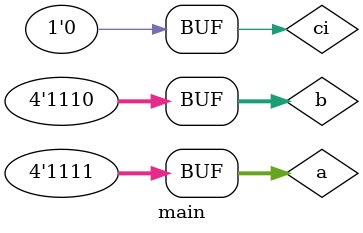
<source format=v>

module subtrador (output s0, output carryOut, 
                  input x,input y, input carryIn);
						
assign s0 = x^y;
assign carryOut = ((~x|y)&carryIn)|(~x&y);
endmodule

module comparar (output Ma, output Ig, output Me,
                 input co, input a, input b, input c, input d);

assign Ma = (co|a|b|c|d)&(~co);
assign Ig = ~(co|a|b|c|d);
assign Me = (co|a|b|c|d)&co;

endmodule

module main;

reg [3:0]a, b;
reg ci;
wire s0, s1, s2, s3, v0, v1, v2, v3, ma, ig, me;

subtrador A2(s0, v0, a[0], b[0], ci);
subtrador B2(s1, v1, a[1], b[1], v0);
subtrador C2(s2, v2, a[2], b[2], v1);
subtrador D2(s3, v3, a[3], b[3], v2);
comparar R(ma, ig, me, v3, s3, s2, s1, s0);

initial begin:start
a=4'b0000; b=4'b0000; ci=1'b0;
end

initial begin

$display("Exemplo0035 - Miller - 449048"); 
$display("Comparador");
$display("");
$monitor("%b em relacao a %b e: maior(%b), igual(%b) ou menor(%b)", a, b, ma, ig, me);

#1 a=4'b0000; b=4'b0000;
#1 a=4'b0011; b=4'b1100;
#1 a=4'b0100; b=4'b0010;
#1 a=4'b0001; b=4'b0001;
#1 a=4'b1000; b=4'b0111;
#1 a=4'b1111; b=4'b1110;

end
endmodule

// OBS.: USAR DEFINICOES POR PORTAS !

</source>
